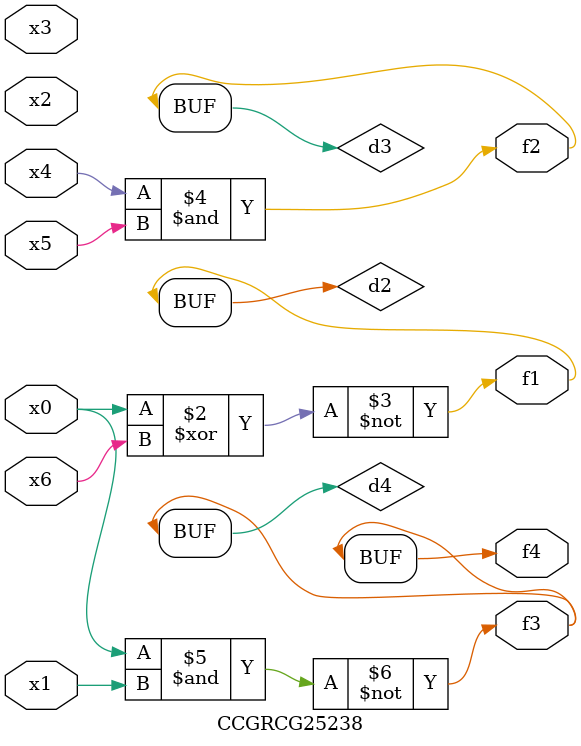
<source format=v>
module CCGRCG25238(
	input x0, x1, x2, x3, x4, x5, x6,
	output f1, f2, f3, f4
);

	wire d1, d2, d3, d4;

	nor (d1, x0);
	xnor (d2, x0, x6);
	and (d3, x4, x5);
	nand (d4, x0, x1);
	assign f1 = d2;
	assign f2 = d3;
	assign f3 = d4;
	assign f4 = d4;
endmodule

</source>
